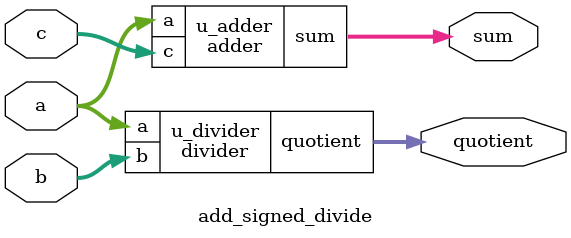
<source format=sv>
module adder (
    input signed [7:0] a,
    input signed [7:0] c,
    output signed [15:0] sum
);
    assign sum = a + c;
endmodule

// 除法子模块
module divider (
    input signed [7:0] a,
    input signed [7:0] b,
    output signed [7:0] quotient
);
    assign quotient = a / b;
endmodule

// 顶层模块
module add_signed_divide (
    input signed [7:0] a,
    input signed [7:0] b,
    input signed [7:0] c,
    output signed [15:0] sum,
    output signed [7:0] quotient
);
    // 实例化加法子模块
    adder u_adder (
        .a(a),
        .c(c),
        .sum(sum)
    );

    // 实例化除法子模块
    divider u_divider (
        .a(a),
        .b(b),
        .quotient(quotient)
    );
endmodule
</source>
